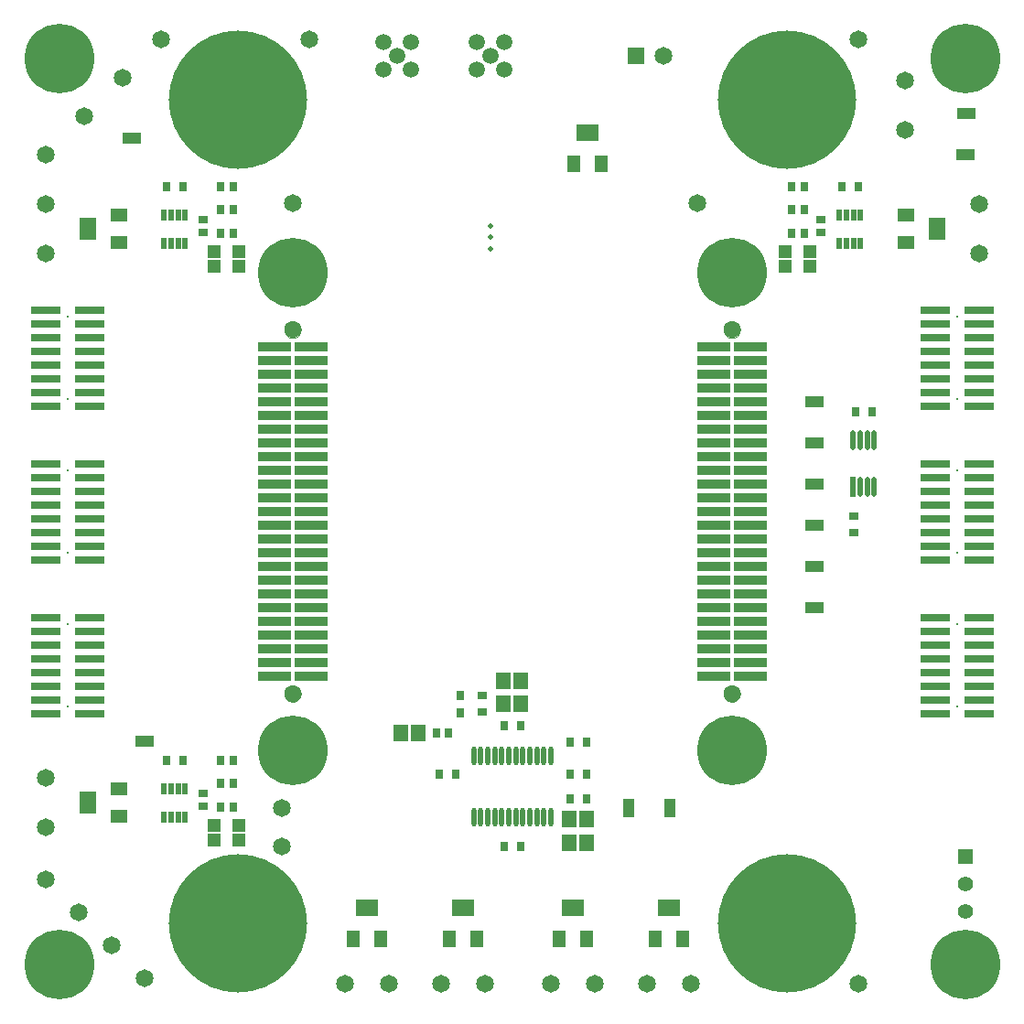
<source format=gts>
G04*
G04 #@! TF.GenerationSoftware,Altium Limited,Altium Designer,21.6.4 (81)*
G04*
G04 Layer_Color=8388736*
%FSLAX25Y25*%
%MOIN*%
G70*
G04*
G04 #@! TF.SameCoordinates,FB766961-2115-4812-9BC3-E0D6EEC5A3F0*
G04*
G04*
G04 #@! TF.FilePolarity,Negative*
G04*
G01*
G75*
%ADD16R,0.05118X0.06299*%
%ADD17R,0.07874X0.06299*%
%ADD18R,0.07087X0.03937*%
%ADD19R,0.03937X0.07087*%
%ADD20R,0.10984X0.02913*%
%ADD21R,0.03150X0.03543*%
%ADD22R,0.03543X0.03150*%
%ADD27R,0.02756X0.03740*%
G04:AMPARAMS|DCode=29|XSize=41.34mil|YSize=17.72mil|CornerRadius=1.95mil|HoleSize=0mil|Usage=FLASHONLY|Rotation=90.000|XOffset=0mil|YOffset=0mil|HoleType=Round|Shape=RoundedRectangle|*
%AMROUNDEDRECTD29*
21,1,0.04134,0.01382,0,0,90.0*
21,1,0.03744,0.01772,0,0,90.0*
1,1,0.00390,0.00691,0.01872*
1,1,0.00390,0.00691,-0.01872*
1,1,0.00390,-0.00691,-0.01872*
1,1,0.00390,-0.00691,0.01872*
%
%ADD29ROUNDEDRECTD29*%
%ADD30R,0.06299X0.07874*%
%ADD31R,0.06299X0.05118*%
%ADD33R,0.01949X0.07246*%
G04:AMPARAMS|DCode=34|XSize=72.46mil|YSize=19.49mil|CornerRadius=9.74mil|HoleSize=0mil|Usage=FLASHONLY|Rotation=90.000|XOffset=0mil|YOffset=0mil|HoleType=Round|Shape=RoundedRectangle|*
%AMROUNDEDRECTD34*
21,1,0.07246,0.00000,0,0,90.0*
21,1,0.05297,0.01949,0,0,90.0*
1,1,0.01949,0.00000,0.02649*
1,1,0.01949,0.00000,-0.02649*
1,1,0.01949,0.00000,-0.02649*
1,1,0.01949,0.00000,0.02649*
%
%ADD34ROUNDEDRECTD34*%
%ADD35C,0.00000*%
%ADD36R,0.11898X0.03315*%
%ADD37R,0.11898X0.03316*%
%ADD38O,0.01772X0.07087*%
%ADD39R,0.12296X0.03713*%
%ADD40R,0.05512X0.06102*%
%ADD41R,0.03150X0.03740*%
%ADD42R,0.03740X0.03150*%
%ADD43R,0.04528X0.04528*%
%ADD44R,0.05469X0.05469*%
%ADD45C,0.05469*%
%ADD46C,0.00787*%
%ADD47C,0.06312*%
%ADD48C,0.06496*%
%ADD49C,0.50394*%
%ADD50C,0.25394*%
%ADD51C,0.05894*%
%ADD52R,0.06496X0.06496*%
%ADD53C,0.01968*%
D16*
X302579Y406791D02*
D03*
X312421D02*
D03*
X231921Y124291D02*
D03*
X222079D02*
D03*
X266921D02*
D03*
X257079D02*
D03*
X306921D02*
D03*
X297079D02*
D03*
X341921D02*
D03*
X332079D02*
D03*
D17*
X307500Y418209D02*
D03*
X227000Y135709D02*
D03*
X262000D02*
D03*
X302000D02*
D03*
X337000D02*
D03*
D18*
X445000Y410000D02*
D03*
X390000Y260000D02*
D03*
Y245000D02*
D03*
Y275000D02*
D03*
Y320000D02*
D03*
Y290000D02*
D03*
Y305000D02*
D03*
X445500Y425000D02*
D03*
X146000Y196500D02*
D03*
X141500Y416000D02*
D03*
D19*
X337500Y172000D02*
D03*
X322500D02*
D03*
D20*
X433976Y353500D02*
D03*
X450000D02*
D03*
X433976Y348500D02*
D03*
X450000D02*
D03*
X433976Y343500D02*
D03*
X450000D02*
D03*
X433976Y338500D02*
D03*
X450000D02*
D03*
X433976Y333500D02*
D03*
X450000D02*
D03*
X433976Y328500D02*
D03*
X450000D02*
D03*
X433976Y323500D02*
D03*
X450000D02*
D03*
X433976Y318500D02*
D03*
X450000D02*
D03*
X126012Y323500D02*
D03*
Y241500D02*
D03*
Y236500D02*
D03*
Y231500D02*
D03*
Y226500D02*
D03*
Y221500D02*
D03*
Y216500D02*
D03*
Y211500D02*
D03*
Y206500D02*
D03*
X109988D02*
D03*
Y211500D02*
D03*
Y216500D02*
D03*
Y221500D02*
D03*
Y226500D02*
D03*
Y231500D02*
D03*
Y236500D02*
D03*
Y241500D02*
D03*
X126012Y262500D02*
D03*
X109988D02*
D03*
X126012Y267500D02*
D03*
X109988D02*
D03*
X126012Y272500D02*
D03*
X109988D02*
D03*
X126012Y277500D02*
D03*
X109988D02*
D03*
X126012Y282500D02*
D03*
X109988D02*
D03*
X126012Y287500D02*
D03*
X109988D02*
D03*
X126012Y292500D02*
D03*
X109988D02*
D03*
X126012Y297500D02*
D03*
X109988D02*
D03*
X126012Y318500D02*
D03*
X109988D02*
D03*
Y323500D02*
D03*
X126012Y328500D02*
D03*
X109988D02*
D03*
X126012Y333500D02*
D03*
X109988D02*
D03*
X126012Y338500D02*
D03*
X109988D02*
D03*
X126012Y343500D02*
D03*
X109988D02*
D03*
X126012Y348500D02*
D03*
X109988D02*
D03*
X126012Y353500D02*
D03*
X109988D02*
D03*
X433988Y241500D02*
D03*
X450012D02*
D03*
X433988Y236500D02*
D03*
X450012D02*
D03*
X433988Y231500D02*
D03*
X450012D02*
D03*
X433988Y226500D02*
D03*
X450012D02*
D03*
X433988Y221500D02*
D03*
X450012D02*
D03*
X433988Y216500D02*
D03*
X450012D02*
D03*
X433988Y211500D02*
D03*
X450012D02*
D03*
X433988Y206500D02*
D03*
X450012D02*
D03*
Y262500D02*
D03*
X433988D02*
D03*
X450012Y267500D02*
D03*
X433988D02*
D03*
X450012Y272500D02*
D03*
X433988D02*
D03*
X450012Y277500D02*
D03*
X433988D02*
D03*
X450012Y282500D02*
D03*
X433988D02*
D03*
X450012Y287500D02*
D03*
X433988D02*
D03*
X450012Y292500D02*
D03*
X433988D02*
D03*
X450012Y297500D02*
D03*
X433988D02*
D03*
D21*
X301047Y196000D02*
D03*
X306953D02*
D03*
X277047Y158000D02*
D03*
X282953D02*
D03*
X259453Y184500D02*
D03*
X253547D02*
D03*
X306953D02*
D03*
X301047D02*
D03*
Y175500D02*
D03*
X306953D02*
D03*
X277047Y202000D02*
D03*
X282953D02*
D03*
X159953Y398500D02*
D03*
X154047D02*
D03*
X405047Y316500D02*
D03*
X410953D02*
D03*
X405953Y398500D02*
D03*
X400047D02*
D03*
X154047Y189500D02*
D03*
X159953D02*
D03*
D22*
X404500Y272547D02*
D03*
Y278453D02*
D03*
X269000Y207047D02*
D03*
Y212953D02*
D03*
D27*
X261000Y213248D02*
D03*
Y206752D02*
D03*
D29*
X153161Y388118D02*
D03*
X155720D02*
D03*
X158280D02*
D03*
X160839D02*
D03*
Y377882D02*
D03*
X158280D02*
D03*
X155720D02*
D03*
X153161D02*
D03*
Y168882D02*
D03*
X155720D02*
D03*
X158280D02*
D03*
X160839D02*
D03*
Y179118D02*
D03*
X158280D02*
D03*
X155720D02*
D03*
X153161D02*
D03*
X406839Y388118D02*
D03*
X404280D02*
D03*
X401721D02*
D03*
X399161D02*
D03*
Y377882D02*
D03*
X401721D02*
D03*
X404280D02*
D03*
X406839D02*
D03*
D30*
X125291Y383000D02*
D03*
X434709D02*
D03*
X125291Y174000D02*
D03*
D31*
X136709Y387921D02*
D03*
Y378079D02*
D03*
X423291D02*
D03*
Y387921D02*
D03*
X136709Y169079D02*
D03*
Y178921D02*
D03*
D33*
X404161Y288997D02*
D03*
D34*
X406720D02*
D03*
X409279D02*
D03*
X411839D02*
D03*
Y306003D02*
D03*
X409279D02*
D03*
X406720D02*
D03*
X404161D02*
D03*
D35*
X362957Y213748D02*
X362797Y214708D01*
X362333Y215564D01*
X361617Y216224D01*
X360726Y216615D01*
X359756Y216695D01*
X358812Y216456D01*
X357997Y215924D01*
X357399Y215155D01*
X357083Y214235D01*
Y213261D01*
X357399Y212341D01*
X357997Y211573D01*
X358812Y211040D01*
X359756Y210801D01*
X360726Y210881D01*
X361617Y211273D01*
X362333Y211932D01*
X362797Y212788D01*
X362957Y213748D01*
Y346252D02*
X362797Y347212D01*
X362333Y348068D01*
X361617Y348727D01*
X360726Y349118D01*
X359756Y349199D01*
X358812Y348960D01*
X357997Y348428D01*
X357399Y347659D01*
X357083Y346739D01*
Y345765D01*
X357399Y344845D01*
X357997Y344076D01*
X358812Y343544D01*
X359756Y343305D01*
X360726Y343386D01*
X361617Y343776D01*
X362333Y344436D01*
X362797Y345292D01*
X362957Y346252D01*
X202957D02*
X202797Y347212D01*
X202333Y348068D01*
X201617Y348727D01*
X200726Y349118D01*
X199756Y349199D01*
X198812Y348960D01*
X197997Y348428D01*
X197399Y347659D01*
X197083Y346739D01*
Y345765D01*
X197399Y344845D01*
X197997Y344076D01*
X198812Y343544D01*
X199756Y343305D01*
X200726Y343386D01*
X201617Y343776D01*
X202333Y344436D01*
X202797Y345292D01*
X202957Y346252D01*
Y213748D02*
X202797Y214708D01*
X202333Y215564D01*
X201617Y216224D01*
X200726Y216615D01*
X199756Y216695D01*
X198812Y216456D01*
X197997Y215924D01*
X197399Y215155D01*
X197083Y214235D01*
Y213261D01*
X197399Y212341D01*
X197997Y211573D01*
X198812Y211040D01*
X199756Y210801D01*
X200726Y210881D01*
X201617Y211273D01*
X202333Y211932D01*
X202797Y212788D01*
X202957Y213748D01*
D36*
X353252Y340001D02*
D03*
X366748D02*
D03*
X353252Y335000D02*
D03*
X366748D02*
D03*
X353252Y330000D02*
D03*
X366748D02*
D03*
X353252Y325001D02*
D03*
X366748D02*
D03*
X353252Y320001D02*
D03*
X366748D02*
D03*
X353252Y315001D02*
D03*
X366748D02*
D03*
X353252Y310000D02*
D03*
X366748D02*
D03*
X353252Y305000D02*
D03*
X366748D02*
D03*
X353252Y300001D02*
D03*
X366748D02*
D03*
X353252Y295001D02*
D03*
X366748D02*
D03*
X353252Y290001D02*
D03*
X366748D02*
D03*
X353252Y285000D02*
D03*
X366748D02*
D03*
X353252Y274999D02*
D03*
X366748D02*
D03*
X353252Y270000D02*
D03*
X366748D02*
D03*
X353252Y265000D02*
D03*
X366748D02*
D03*
X353252Y259999D02*
D03*
X366748D02*
D03*
X353252Y254999D02*
D03*
X366748D02*
D03*
X353252Y249999D02*
D03*
X366748D02*
D03*
X353252Y245000D02*
D03*
X366748D02*
D03*
X353252Y240000D02*
D03*
X366748D02*
D03*
X353252Y234999D02*
D03*
X366748D02*
D03*
X353252Y229999D02*
D03*
X366748D02*
D03*
X353252Y224999D02*
D03*
X366748D02*
D03*
X353252Y220000D02*
D03*
X366748D02*
D03*
X206748D02*
D03*
X193252D02*
D03*
X206748Y224999D02*
D03*
X193252D02*
D03*
X206748Y229999D02*
D03*
X193252D02*
D03*
X206748Y234999D02*
D03*
X193252D02*
D03*
X206748Y240000D02*
D03*
X193252D02*
D03*
X206748Y245000D02*
D03*
X193252D02*
D03*
X206748Y249999D02*
D03*
X193252D02*
D03*
X206748Y254999D02*
D03*
X193252D02*
D03*
X206748Y259999D02*
D03*
X193252D02*
D03*
X206748Y265000D02*
D03*
X193252D02*
D03*
X206748Y270000D02*
D03*
X193252D02*
D03*
X206748Y274999D02*
D03*
X193252D02*
D03*
X206748Y285000D02*
D03*
X193252D02*
D03*
X206748Y290001D02*
D03*
X193252D02*
D03*
X206748Y295001D02*
D03*
X193252D02*
D03*
X206748Y300001D02*
D03*
X193252D02*
D03*
X206748Y305000D02*
D03*
X193252D02*
D03*
X206748Y310000D02*
D03*
X193252D02*
D03*
X206748Y315001D02*
D03*
X193252D02*
D03*
X206748Y320001D02*
D03*
X193252D02*
D03*
X206748Y325001D02*
D03*
X193252D02*
D03*
X206748Y330000D02*
D03*
X193252D02*
D03*
X206748Y335000D02*
D03*
X193252D02*
D03*
X206748Y340001D02*
D03*
X193252D02*
D03*
D37*
X353252Y280000D02*
D03*
X366748D02*
D03*
X206748D02*
D03*
X193252D02*
D03*
D38*
X265925Y168780D02*
D03*
X268484D02*
D03*
X271043D02*
D03*
X273602D02*
D03*
X276161D02*
D03*
X278720D02*
D03*
X281279D02*
D03*
X283839D02*
D03*
X286398D02*
D03*
X288957D02*
D03*
X291516D02*
D03*
X294075D02*
D03*
X265925Y191220D02*
D03*
X268484D02*
D03*
X271043D02*
D03*
X273602D02*
D03*
X276161D02*
D03*
X278720D02*
D03*
X281279D02*
D03*
X283839D02*
D03*
X286398D02*
D03*
X288957D02*
D03*
X291516D02*
D03*
X294075D02*
D03*
D39*
X353252Y340000D02*
D03*
X366748D02*
D03*
X353252Y335000D02*
D03*
X366748D02*
D03*
X353252Y330000D02*
D03*
X366748D02*
D03*
X353252Y325000D02*
D03*
X366748D02*
D03*
X353252Y320000D02*
D03*
X366748D02*
D03*
X353252Y315000D02*
D03*
X366748D02*
D03*
X353252Y310000D02*
D03*
X366748D02*
D03*
X353252Y305000D02*
D03*
X366748D02*
D03*
X353252Y300000D02*
D03*
X366748D02*
D03*
X353252Y295000D02*
D03*
X366748D02*
D03*
X353252Y290000D02*
D03*
X366748D02*
D03*
X353252Y285000D02*
D03*
X366748D02*
D03*
X353252Y280000D02*
D03*
X366748D02*
D03*
X353252Y275000D02*
D03*
X366748D02*
D03*
X353252Y270000D02*
D03*
X366748D02*
D03*
X353252Y265000D02*
D03*
X366748D02*
D03*
X353252Y260000D02*
D03*
X366748D02*
D03*
X353252Y255000D02*
D03*
X366748D02*
D03*
X353252Y250000D02*
D03*
X366748D02*
D03*
X353252Y245000D02*
D03*
X366748D02*
D03*
X353252Y240000D02*
D03*
X366748D02*
D03*
X353252Y235000D02*
D03*
X366748D02*
D03*
X353252Y230000D02*
D03*
X366748D02*
D03*
X353252Y225000D02*
D03*
X366748D02*
D03*
X353252Y220000D02*
D03*
X366748D02*
D03*
X206748D02*
D03*
X193252D02*
D03*
X206748Y225000D02*
D03*
X193252D02*
D03*
X206748Y230000D02*
D03*
X193252D02*
D03*
X206748Y235000D02*
D03*
X193252D02*
D03*
X206748Y240000D02*
D03*
X193252D02*
D03*
X206748Y245000D02*
D03*
X193252D02*
D03*
X206748Y250000D02*
D03*
X193252D02*
D03*
X206748Y255000D02*
D03*
X193252D02*
D03*
X206748Y260000D02*
D03*
X193252D02*
D03*
X206748Y265000D02*
D03*
X193252D02*
D03*
X206748Y270000D02*
D03*
X193252D02*
D03*
X206748Y275000D02*
D03*
X193252D02*
D03*
X206748Y280000D02*
D03*
X193252D02*
D03*
X206748Y285000D02*
D03*
X193252D02*
D03*
X206748Y290000D02*
D03*
X193252D02*
D03*
X206748Y295000D02*
D03*
X193252D02*
D03*
X206748Y300000D02*
D03*
X193252D02*
D03*
X206748Y305000D02*
D03*
X193252D02*
D03*
X206748Y310000D02*
D03*
X193252D02*
D03*
X206748Y315000D02*
D03*
X193252D02*
D03*
X206748Y320000D02*
D03*
X193252D02*
D03*
X206748Y325000D02*
D03*
X193252D02*
D03*
X206748Y330000D02*
D03*
X193252D02*
D03*
X206748Y335000D02*
D03*
X193252D02*
D03*
X206748Y340000D02*
D03*
X193252D02*
D03*
D40*
X300850Y168000D02*
D03*
X307150D02*
D03*
X276850Y210000D02*
D03*
X283150D02*
D03*
X300850Y159500D02*
D03*
X307150D02*
D03*
X276850Y218500D02*
D03*
X283150D02*
D03*
X245740Y199500D02*
D03*
X239441D02*
D03*
D41*
X256854D02*
D03*
X252327D02*
D03*
X178264Y390000D02*
D03*
X173736D02*
D03*
Y381500D02*
D03*
X178264D02*
D03*
X173736Y398500D02*
D03*
X178264D02*
D03*
X381736D02*
D03*
X386264D02*
D03*
Y390000D02*
D03*
X381736D02*
D03*
X178264Y189500D02*
D03*
X173736D02*
D03*
Y181000D02*
D03*
X178264D02*
D03*
Y172500D02*
D03*
X173736D02*
D03*
X386264Y381500D02*
D03*
X381736D02*
D03*
D42*
X167500Y386264D02*
D03*
Y381736D02*
D03*
Y172736D02*
D03*
Y177264D02*
D03*
X392500Y386264D02*
D03*
Y381736D02*
D03*
D43*
X180500Y369342D02*
D03*
Y374658D02*
D03*
X171500Y369342D02*
D03*
Y374658D02*
D03*
X180500Y165657D02*
D03*
Y160343D02*
D03*
X171500Y165657D02*
D03*
Y160343D02*
D03*
X379500Y369342D02*
D03*
Y374658D02*
D03*
X388500Y369342D02*
D03*
Y374658D02*
D03*
D44*
X445000Y154500D02*
D03*
D45*
Y144500D02*
D03*
Y134500D02*
D03*
D46*
X441988Y351000D02*
D03*
Y321000D02*
D03*
X118000Y209000D02*
D03*
Y239000D02*
D03*
Y265000D02*
D03*
Y295000D02*
D03*
Y321000D02*
D03*
Y351000D02*
D03*
X442000Y239000D02*
D03*
Y209000D02*
D03*
Y265000D02*
D03*
Y295000D02*
D03*
D47*
X360000Y213748D02*
D03*
Y346252D02*
D03*
X200000D02*
D03*
Y213748D02*
D03*
D48*
X124000Y424000D02*
D03*
X138000Y438000D02*
D03*
X110000Y410000D02*
D03*
X152000Y452000D02*
D03*
X110000Y374000D02*
D03*
Y392000D02*
D03*
X235000Y108000D02*
D03*
X219000D02*
D03*
X270000D02*
D03*
X254000D02*
D03*
X310000D02*
D03*
X294000D02*
D03*
X345000D02*
D03*
X329000D02*
D03*
X196000Y158000D02*
D03*
X110000Y165000D02*
D03*
Y183000D02*
D03*
X347500Y392500D02*
D03*
X200000D02*
D03*
X406000Y452000D02*
D03*
X206000D02*
D03*
X406000Y108000D02*
D03*
X450000Y374000D02*
D03*
Y392000D02*
D03*
X423000Y437000D02*
D03*
Y419000D02*
D03*
X335000Y446000D02*
D03*
X196000Y172000D02*
D03*
X146000Y110000D02*
D03*
X134000Y122000D02*
D03*
X122000Y134000D02*
D03*
X110000Y146000D02*
D03*
D49*
X380000Y130000D02*
D03*
X180000D02*
D03*
Y430000D02*
D03*
X380000D02*
D03*
D50*
X115000Y115000D02*
D03*
X445000D02*
D03*
Y445000D02*
D03*
X115000D02*
D03*
X200000Y193000D02*
D03*
X360000D02*
D03*
Y367000D02*
D03*
X200000D02*
D03*
D51*
X277000Y451000D02*
D03*
Y441000D02*
D03*
X267000D02*
D03*
Y451000D02*
D03*
X272000Y446000D02*
D03*
X243000Y451000D02*
D03*
Y441000D02*
D03*
X233000D02*
D03*
Y451000D02*
D03*
X238000Y446000D02*
D03*
D52*
X325000D02*
D03*
D53*
X272000Y384232D02*
D03*
Y380000D02*
D03*
Y375768D02*
D03*
M02*

</source>
